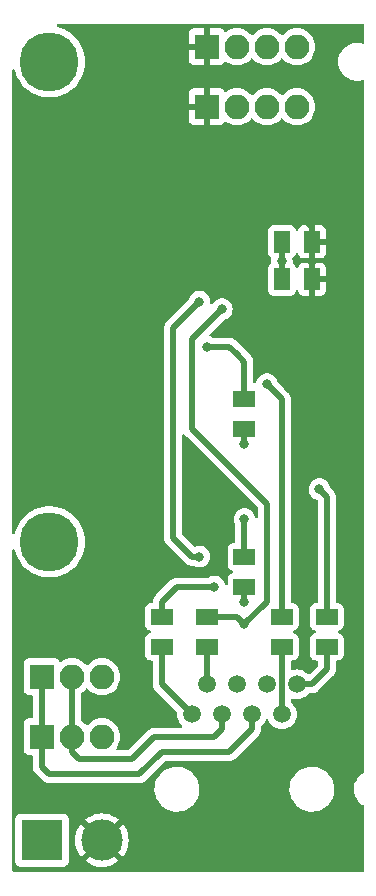
<source format=gbl>
G04 #@! TF.GenerationSoftware,KiCad,Pcbnew,7.0.9*
G04 #@! TF.CreationDate,2023-12-23T18:19:17+01:00*
G04 #@! TF.ProjectId,testing-board,74657374-696e-4672-9d62-6f6172642e6b,v1.0*
G04 #@! TF.SameCoordinates,Original*
G04 #@! TF.FileFunction,Copper,L2,Bot*
G04 #@! TF.FilePolarity,Positive*
%FSLAX46Y46*%
G04 Gerber Fmt 4.6, Leading zero omitted, Abs format (unit mm)*
G04 Created by KiCad (PCBNEW 7.0.9) date 2023-12-23 18:19:17*
%MOMM*%
%LPD*%
G01*
G04 APERTURE LIST*
G04 Aperture macros list*
%AMOutline4P*
0 Free polygon, 4 corners , with rotation*
0 The origin of the aperture is its center*
0 number of corners: always 4*
0 $1 to $8 corner X, Y*
0 $9 Rotation angle, in degrees counterclockwise*
0 create outline with 4 corners*
4,1,4,$1,$2,$3,$4,$5,$6,$7,$8,$1,$2,$9*%
G04 Aperture macros list end*
G04 #@! TA.AperFunction,ComponentPad*
%ADD10R,2.100000X2.100000*%
G04 #@! TD*
G04 #@! TA.AperFunction,ComponentPad*
%ADD11O,2.100000X2.100000*%
G04 #@! TD*
G04 #@! TA.AperFunction,ComponentPad*
%ADD12C,5.000000*%
G04 #@! TD*
G04 #@! TA.AperFunction,SMDPad,CuDef*
%ADD13Outline4P,-0.650000X-0.900000X0.650000X-0.900000X0.650000X0.900000X-0.650000X0.900000X90.000000*%
G04 #@! TD*
G04 #@! TA.AperFunction,ComponentPad*
%ADD14R,3.500000X3.500000*%
G04 #@! TD*
G04 #@! TA.AperFunction,ComponentPad*
%ADD15C,3.500000*%
G04 #@! TD*
G04 #@! TA.AperFunction,ComponentPad*
%ADD16C,1.500000*%
G04 #@! TD*
G04 #@! TA.AperFunction,SMDPad,CuDef*
%ADD17Outline4P,-0.650000X-0.900000X0.650000X-0.900000X0.650000X0.900000X-0.650000X0.900000X0.000000*%
G04 #@! TD*
G04 #@! TA.AperFunction,ViaPad*
%ADD18C,0.800000*%
G04 #@! TD*
G04 #@! TA.AperFunction,Conductor*
%ADD19C,0.500000*%
G04 #@! TD*
G04 APERTURE END LIST*
D10*
X132080000Y-64135000D03*
D11*
X134620000Y-64135000D03*
X137160000Y-64135000D03*
X139700000Y-64135000D03*
D12*
X118745000Y-106045000D03*
X118745000Y-65405000D03*
D13*
X135255000Y-96520000D03*
X135255000Y-93980000D03*
X135255000Y-109855000D03*
X135255000Y-107315000D03*
X128270000Y-114935000D03*
X128270000Y-112395000D03*
X132080000Y-114935000D03*
X132080000Y-112395000D03*
X138430000Y-114935000D03*
X138430000Y-112395000D03*
X142240000Y-114935000D03*
X142240000Y-112395000D03*
D10*
X132080000Y-69215000D03*
D11*
X134620000Y-69215000D03*
X137160000Y-69215000D03*
X139700000Y-69215000D03*
D10*
X118110000Y-122555000D03*
D11*
X120650000Y-122555000D03*
X123190000Y-122555000D03*
D10*
X118110000Y-117475000D03*
D11*
X120650000Y-117475000D03*
X123190000Y-117475000D03*
D14*
X118110000Y-131318000D03*
D15*
X123190000Y-131318000D03*
D16*
X130811000Y-120650000D03*
X132081000Y-118110000D03*
X133351000Y-120650000D03*
X134621000Y-118110000D03*
X135891000Y-120650000D03*
X137161000Y-118110000D03*
X138431000Y-120650000D03*
X139701000Y-118110000D03*
D17*
X138430000Y-83820000D03*
X140970000Y-83820000D03*
X138430000Y-80645000D03*
X140970000Y-80645000D03*
D18*
X140970000Y-82296000D03*
X138430000Y-82296000D03*
X131445000Y-85725000D03*
X133350000Y-86360000D03*
X135255000Y-97790000D03*
X137160000Y-92710000D03*
X132080000Y-89535000D03*
X131445000Y-107315000D03*
X132715000Y-109855000D03*
X135255000Y-113030000D03*
X135255000Y-111125000D03*
X135255000Y-104140000D03*
X141605000Y-101600000D03*
X132080000Y-79375000D03*
D19*
X140970000Y-83820000D02*
X140970000Y-80645000D01*
X140335000Y-78740000D02*
X140970000Y-79375000D01*
X140970000Y-79375000D02*
X140970000Y-80645000D01*
X132080000Y-64135000D02*
X132080000Y-69215000D01*
X132715000Y-78740000D02*
X133096000Y-78740000D01*
X133096000Y-78740000D02*
X140335000Y-78740000D01*
X133096000Y-78740000D02*
X132334000Y-78740000D01*
X132080000Y-69215000D02*
X132080000Y-78486000D01*
X132080000Y-78486000D02*
X132080000Y-79375000D01*
X138430000Y-83820000D02*
X138430000Y-80645000D01*
X133351000Y-120650000D02*
X133351000Y-121919000D01*
X133351000Y-121919000D02*
X132715000Y-122555000D01*
X132715000Y-122555000D02*
X127635000Y-122555000D01*
X120650000Y-122555000D02*
X120650000Y-123825000D01*
X120650000Y-123825000D02*
X121285000Y-124460000D01*
X125730000Y-124460000D02*
X127635000Y-122555000D01*
X121285000Y-124460000D02*
X125730000Y-124460000D01*
X120650000Y-122555000D02*
X120650000Y-117475000D01*
X139701000Y-118110000D02*
X140970000Y-118110000D01*
X142240000Y-116840000D02*
X142240000Y-114935000D01*
X140970000Y-118110000D02*
X142240000Y-116840000D01*
X138430000Y-120649000D02*
X138431000Y-120650000D01*
X138430000Y-114935000D02*
X138430000Y-120649000D01*
X132080000Y-118109000D02*
X132081000Y-118110000D01*
X132080000Y-114935000D02*
X132080000Y-118109000D01*
X135891000Y-120650000D02*
X135891000Y-121919000D01*
X135891000Y-121919000D02*
X133985000Y-123825000D01*
X133985000Y-123825000D02*
X128270000Y-123825000D01*
X128270000Y-123825000D02*
X126365000Y-125730000D01*
X126365000Y-125730000D02*
X118745000Y-125730000D01*
X118110000Y-125095000D02*
X118110000Y-122555000D01*
X118745000Y-125730000D02*
X118110000Y-125095000D01*
X118110000Y-122555000D02*
X118110000Y-117475000D01*
X128270000Y-118109000D02*
X130811000Y-120650000D01*
X128270000Y-114935000D02*
X128270000Y-118109000D01*
X134620000Y-112395000D02*
X135255000Y-113030000D01*
X132080000Y-112395000D02*
X134620000Y-112395000D01*
X137160000Y-111125000D02*
X137160000Y-102870000D01*
X135255000Y-113030000D02*
X137160000Y-111125000D01*
X137160000Y-102870000D02*
X130810000Y-96520000D01*
X130810000Y-88900000D02*
X133350000Y-86360000D01*
X130810000Y-89916000D02*
X130810000Y-96520000D01*
X130810000Y-89916000D02*
X130810000Y-88900000D01*
X135255000Y-109855000D02*
X135255000Y-111125000D01*
X135255000Y-104140000D02*
X135255000Y-107315000D01*
X129540000Y-109855000D02*
X128270000Y-111125000D01*
X132715000Y-109855000D02*
X129540000Y-109855000D01*
X128270000Y-112395000D02*
X128270000Y-111125000D01*
X130810000Y-107315000D02*
X131445000Y-107315000D01*
X129222500Y-105727500D02*
X130810000Y-107315000D01*
X129222500Y-89217500D02*
X129222500Y-105727500D01*
X129222500Y-87947500D02*
X131445000Y-85725000D01*
X129222500Y-89217500D02*
X129222500Y-87947500D01*
X135255000Y-96520000D02*
X135255000Y-97790000D01*
X134620000Y-90170000D02*
X135255000Y-90805000D01*
X135255000Y-93980000D02*
X135255000Y-90805000D01*
X133985000Y-89535000D02*
X134620000Y-90170000D01*
X132080000Y-89535000D02*
X133985000Y-89535000D01*
X142240000Y-112395000D02*
X142240000Y-102235000D01*
X142240000Y-102235000D02*
X141605000Y-101600000D01*
X138430000Y-112395000D02*
X138430000Y-93980000D01*
X138430000Y-93980000D02*
X137160000Y-92710000D01*
G04 #@! TA.AperFunction,Conductor*
G36*
X145357121Y-62250002D02*
G01*
X145403614Y-62303658D01*
X145415000Y-62356000D01*
X145415000Y-63740536D01*
X145394998Y-63808657D01*
X145341342Y-63855150D01*
X145271068Y-63865254D01*
X145247736Y-63859588D01*
X145214018Y-63847901D01*
X144972952Y-63803710D01*
X144727974Y-63796618D01*
X144727969Y-63796618D01*
X144484748Y-63826788D01*
X144248935Y-63893518D01*
X144248925Y-63893522D01*
X144025971Y-63995267D01*
X144025969Y-63995268D01*
X143821029Y-64129679D01*
X143638864Y-64293635D01*
X143483685Y-64483346D01*
X143359107Y-64694395D01*
X143267998Y-64921915D01*
X143212474Y-65160623D01*
X143193822Y-65405000D01*
X143212474Y-65649376D01*
X143267998Y-65888083D01*
X143358300Y-66113590D01*
X143359107Y-66115604D01*
X143483685Y-66326653D01*
X143483690Y-66326659D01*
X143638862Y-66516362D01*
X143821027Y-66680319D01*
X144025965Y-66814729D01*
X144025968Y-66814730D01*
X144025969Y-66814731D01*
X144025971Y-66814732D01*
X144035668Y-66819157D01*
X144248929Y-66916479D01*
X144248932Y-66916479D01*
X144248935Y-66916481D01*
X144484748Y-66983211D01*
X144484752Y-66983212D01*
X144727971Y-67013382D01*
X144972951Y-67006290D01*
X145214018Y-66962099D01*
X145247736Y-66950411D01*
X145318648Y-66947001D01*
X145380150Y-66982470D01*
X145412712Y-67045559D01*
X145415000Y-67069463D01*
X145415000Y-125534227D01*
X145394998Y-125602348D01*
X145346204Y-125646493D01*
X145250463Y-125695276D01*
X145056201Y-125836416D01*
X145056198Y-125836418D01*
X144886418Y-126006198D01*
X144886416Y-126006201D01*
X144745278Y-126200460D01*
X144636265Y-126414409D01*
X144636262Y-126414415D01*
X144562064Y-126642772D01*
X144562063Y-126642777D01*
X144562063Y-126642778D01*
X144524500Y-126879941D01*
X144524500Y-127120059D01*
X144542018Y-127230663D01*
X144562064Y-127357227D01*
X144602599Y-127481979D01*
X144636264Y-127585589D01*
X144745276Y-127799536D01*
X144886414Y-127993796D01*
X144886416Y-127993798D01*
X144886418Y-127993801D01*
X145056198Y-128163581D01*
X145056201Y-128163583D01*
X145056204Y-128163586D01*
X145250464Y-128304724D01*
X145346204Y-128353506D01*
X145397818Y-128402253D01*
X145415000Y-128465772D01*
X145415000Y-133859000D01*
X145394998Y-133927121D01*
X145341342Y-133973614D01*
X145289000Y-133985000D01*
X115696000Y-133985000D01*
X115627879Y-133964998D01*
X115581386Y-133911342D01*
X115570000Y-133859000D01*
X115570000Y-133116649D01*
X115851500Y-133116649D01*
X115858009Y-133177196D01*
X115858011Y-133177204D01*
X115909110Y-133314202D01*
X115909112Y-133314207D01*
X115996738Y-133431261D01*
X116113792Y-133518887D01*
X116113794Y-133518888D01*
X116113796Y-133518889D01*
X116172875Y-133540924D01*
X116250795Y-133569988D01*
X116250803Y-133569990D01*
X116311350Y-133576499D01*
X116311355Y-133576499D01*
X116311362Y-133576500D01*
X116311368Y-133576500D01*
X119908632Y-133576500D01*
X119908638Y-133576500D01*
X119908645Y-133576499D01*
X119908649Y-133576499D01*
X119969196Y-133569990D01*
X119969199Y-133569989D01*
X119969201Y-133569989D01*
X120106204Y-133518889D01*
X120223261Y-133431261D01*
X120310889Y-133314204D01*
X120361989Y-133177201D01*
X120368500Y-133116638D01*
X120368500Y-131318003D01*
X120927155Y-131318003D01*
X120946513Y-131613356D01*
X120946515Y-131613370D01*
X121004260Y-131903665D01*
X121004262Y-131903675D01*
X121099401Y-132183945D01*
X121099407Y-132183959D01*
X121230317Y-132449420D01*
X121394763Y-132695531D01*
X121422092Y-132726694D01*
X122625569Y-131523218D01*
X122665901Y-131620588D01*
X122762075Y-131745925D01*
X122887412Y-131842099D01*
X122984779Y-131882429D01*
X121781304Y-133085904D01*
X121781304Y-133085906D01*
X121812468Y-133113236D01*
X122058579Y-133277682D01*
X122324040Y-133408592D01*
X122324054Y-133408598D01*
X122604324Y-133503737D01*
X122604334Y-133503739D01*
X122894629Y-133561484D01*
X122894643Y-133561486D01*
X123189997Y-133580845D01*
X123190003Y-133580845D01*
X123485356Y-133561486D01*
X123485370Y-133561484D01*
X123775665Y-133503739D01*
X123775675Y-133503737D01*
X124055945Y-133408598D01*
X124055959Y-133408592D01*
X124321420Y-133277682D01*
X124567534Y-133113234D01*
X124567536Y-133113233D01*
X124598694Y-133085906D01*
X124598694Y-133085904D01*
X123395220Y-131882429D01*
X123492588Y-131842099D01*
X123617925Y-131745925D01*
X123714099Y-131620589D01*
X123754430Y-131523220D01*
X124957904Y-132726694D01*
X124957906Y-132726694D01*
X124985233Y-132695536D01*
X124985234Y-132695534D01*
X125149682Y-132449420D01*
X125280592Y-132183959D01*
X125280598Y-132183945D01*
X125375737Y-131903675D01*
X125375739Y-131903665D01*
X125433484Y-131613370D01*
X125433486Y-131613356D01*
X125452845Y-131318003D01*
X125452845Y-131317996D01*
X125433486Y-131022643D01*
X125433484Y-131022629D01*
X125375739Y-130732334D01*
X125375737Y-130732324D01*
X125280598Y-130452054D01*
X125280592Y-130452040D01*
X125149682Y-130186580D01*
X124985236Y-129940468D01*
X124957906Y-129909304D01*
X124957904Y-129909304D01*
X123754429Y-131112779D01*
X123714099Y-131015412D01*
X123617925Y-130890075D01*
X123492588Y-130793901D01*
X123395218Y-130753569D01*
X124598694Y-129550092D01*
X124567531Y-129522763D01*
X124321420Y-129358317D01*
X124055959Y-129227407D01*
X124055945Y-129227401D01*
X123775675Y-129132262D01*
X123775665Y-129132260D01*
X123485370Y-129074515D01*
X123485356Y-129074513D01*
X123190003Y-129055155D01*
X123189997Y-129055155D01*
X122894643Y-129074513D01*
X122894629Y-129074515D01*
X122604334Y-129132260D01*
X122604324Y-129132262D01*
X122324054Y-129227401D01*
X122324040Y-129227407D01*
X122058580Y-129358317D01*
X121812467Y-129522763D01*
X121812463Y-129522766D01*
X121781304Y-129550092D01*
X121781304Y-129550094D01*
X122984780Y-130753570D01*
X122887412Y-130793901D01*
X122762075Y-130890075D01*
X122665901Y-131015411D01*
X122625569Y-131112779D01*
X121422094Y-129909304D01*
X121422092Y-129909304D01*
X121394766Y-129940463D01*
X121394763Y-129940467D01*
X121230317Y-130186580D01*
X121099407Y-130452040D01*
X121099401Y-130452054D01*
X121004262Y-130732324D01*
X121004260Y-130732334D01*
X120946515Y-131022629D01*
X120946513Y-131022643D01*
X120927155Y-131317996D01*
X120927155Y-131318003D01*
X120368500Y-131318003D01*
X120368500Y-129519362D01*
X120368499Y-129519350D01*
X120361990Y-129458803D01*
X120361988Y-129458795D01*
X120310889Y-129321797D01*
X120310887Y-129321792D01*
X120223261Y-129204738D01*
X120106207Y-129117112D01*
X120106202Y-129117110D01*
X119969204Y-129066011D01*
X119969196Y-129066009D01*
X119908649Y-129059500D01*
X119908638Y-129059500D01*
X116311362Y-129059500D01*
X116311350Y-129059500D01*
X116250803Y-129066009D01*
X116250795Y-129066011D01*
X116113797Y-129117110D01*
X116113792Y-129117112D01*
X115996738Y-129204738D01*
X115909112Y-129321792D01*
X115909110Y-129321797D01*
X115858011Y-129458795D01*
X115858009Y-129458803D01*
X115851500Y-129519350D01*
X115851500Y-133116649D01*
X115570000Y-133116649D01*
X115570000Y-127069596D01*
X127634687Y-127069596D01*
X127665114Y-127346128D01*
X127735480Y-127615278D01*
X127808016Y-127785968D01*
X127844284Y-127871314D01*
X127989208Y-128108781D01*
X128167163Y-128322617D01*
X128374357Y-128508263D01*
X128606373Y-128661763D01*
X128858267Y-128779846D01*
X129124669Y-128859995D01*
X129399895Y-128900499D01*
X129399898Y-128900500D01*
X129399901Y-128900500D01*
X129608465Y-128900500D01*
X129641315Y-128898095D01*
X129816455Y-128885277D01*
X130087997Y-128824788D01*
X130347838Y-128725408D01*
X130590440Y-128589253D01*
X130810632Y-128419226D01*
X131003722Y-128218951D01*
X131165593Y-127992696D01*
X131292797Y-127745283D01*
X131382621Y-127481986D01*
X131433152Y-127208416D01*
X131438226Y-127069596D01*
X139066687Y-127069596D01*
X139097114Y-127346128D01*
X139167480Y-127615278D01*
X139240016Y-127785968D01*
X139276284Y-127871314D01*
X139421208Y-128108781D01*
X139599163Y-128322617D01*
X139806357Y-128508263D01*
X140038373Y-128661763D01*
X140290267Y-128779846D01*
X140556669Y-128859995D01*
X140831895Y-128900499D01*
X140831898Y-128900500D01*
X140831901Y-128900500D01*
X141040465Y-128900500D01*
X141073315Y-128898095D01*
X141248455Y-128885277D01*
X141519997Y-128824788D01*
X141779838Y-128725408D01*
X142022440Y-128589253D01*
X142242632Y-128419226D01*
X142435722Y-128218951D01*
X142597593Y-127992696D01*
X142724797Y-127745283D01*
X142814621Y-127481986D01*
X142865152Y-127208416D01*
X142875313Y-126930404D01*
X142844886Y-126653876D01*
X142774520Y-126384724D01*
X142769141Y-126372067D01*
X142718993Y-126254058D01*
X142665716Y-126128686D01*
X142520792Y-125891219D01*
X142342837Y-125677383D01*
X142135643Y-125491737D01*
X141903627Y-125338237D01*
X141760445Y-125271116D01*
X141651734Y-125220154D01*
X141572263Y-125196244D01*
X141385331Y-125140005D01*
X141385326Y-125140004D01*
X141385322Y-125140003D01*
X141110103Y-125099500D01*
X141110099Y-125099500D01*
X140901537Y-125099500D01*
X140901535Y-125099500D01*
X140693541Y-125114723D01*
X140422009Y-125175210D01*
X140421997Y-125175214D01*
X140162161Y-125274592D01*
X139919559Y-125410747D01*
X139699366Y-125580775D01*
X139699365Y-125580776D01*
X139506280Y-125781046D01*
X139344404Y-126007307D01*
X139217204Y-126254714D01*
X139217203Y-126254717D01*
X139138761Y-126484652D01*
X139127377Y-126518020D01*
X139076847Y-126791587D01*
X139066687Y-127069596D01*
X131438226Y-127069596D01*
X131443313Y-126930404D01*
X131412886Y-126653876D01*
X131342520Y-126384724D01*
X131337141Y-126372067D01*
X131286993Y-126254058D01*
X131233716Y-126128686D01*
X131088792Y-125891219D01*
X130910837Y-125677383D01*
X130703643Y-125491737D01*
X130471627Y-125338237D01*
X130328445Y-125271116D01*
X130219734Y-125220154D01*
X130140263Y-125196244D01*
X129953331Y-125140005D01*
X129953326Y-125140004D01*
X129953322Y-125140003D01*
X129678103Y-125099500D01*
X129678099Y-125099500D01*
X129469537Y-125099500D01*
X129469535Y-125099500D01*
X129261541Y-125114723D01*
X128990009Y-125175210D01*
X128989997Y-125175214D01*
X128730161Y-125274592D01*
X128487559Y-125410747D01*
X128267366Y-125580775D01*
X128267365Y-125580776D01*
X128074280Y-125781046D01*
X127912404Y-126007307D01*
X127785204Y-126254714D01*
X127785203Y-126254717D01*
X127706761Y-126484652D01*
X127695377Y-126518020D01*
X127644847Y-126791587D01*
X127634687Y-127069596D01*
X115570000Y-127069596D01*
X115570000Y-123653649D01*
X116551500Y-123653649D01*
X116558009Y-123714196D01*
X116558011Y-123714204D01*
X116609110Y-123851202D01*
X116609112Y-123851207D01*
X116696738Y-123968261D01*
X116813792Y-124055887D01*
X116813794Y-124055888D01*
X116813796Y-124055889D01*
X116862525Y-124074064D01*
X116950795Y-124106988D01*
X116950803Y-124106990D01*
X117011350Y-124113499D01*
X117011355Y-124113499D01*
X117011362Y-124113500D01*
X117225500Y-124113500D01*
X117293621Y-124133502D01*
X117340114Y-124187158D01*
X117351500Y-124239500D01*
X117351500Y-125030559D01*
X117350170Y-125048819D01*
X117346659Y-125072786D01*
X117346659Y-125072794D01*
X117351260Y-125125372D01*
X117351500Y-125130866D01*
X117351500Y-125139182D01*
X117355347Y-125172094D01*
X117362112Y-125249419D01*
X117363596Y-125256606D01*
X117363531Y-125256619D01*
X117365165Y-125263989D01*
X117365229Y-125263975D01*
X117366921Y-125271116D01*
X117393473Y-125344064D01*
X117417885Y-125417736D01*
X117420987Y-125424388D01*
X117420926Y-125424416D01*
X117424211Y-125431202D01*
X117424270Y-125431173D01*
X117427560Y-125437724D01*
X117470233Y-125502605D01*
X117510967Y-125568648D01*
X117515522Y-125574408D01*
X117515468Y-125574450D01*
X117520228Y-125580292D01*
X117520279Y-125580250D01*
X117524993Y-125585868D01*
X117524998Y-125585873D01*
X117524999Y-125585874D01*
X117581482Y-125639163D01*
X118163098Y-126220779D01*
X118175065Y-126234627D01*
X118189531Y-126254058D01*
X118190316Y-126254717D01*
X118229975Y-126287994D01*
X118234021Y-126291702D01*
X118239900Y-126297581D01*
X118265895Y-126318135D01*
X118325360Y-126368032D01*
X118325366Y-126368035D01*
X118331495Y-126372067D01*
X118331458Y-126372122D01*
X118337811Y-126376169D01*
X118337847Y-126376113D01*
X118344092Y-126379965D01*
X118344095Y-126379967D01*
X118414452Y-126412775D01*
X118483812Y-126447609D01*
X118483813Y-126447609D01*
X118483817Y-126447611D01*
X118490713Y-126450121D01*
X118490689Y-126450185D01*
X118497805Y-126452659D01*
X118497827Y-126452595D01*
X118504791Y-126454903D01*
X118580849Y-126470607D01*
X118611561Y-126477886D01*
X118656344Y-126488500D01*
X118656350Y-126488500D01*
X118663633Y-126489352D01*
X118663625Y-126489419D01*
X118671122Y-126490185D01*
X118671128Y-126490119D01*
X118678435Y-126490757D01*
X118678442Y-126490759D01*
X118756080Y-126488500D01*
X126300559Y-126488500D01*
X126318819Y-126489830D01*
X126323715Y-126490547D01*
X126342789Y-126493341D01*
X126376146Y-126490422D01*
X126395385Y-126488740D01*
X126400878Y-126488500D01*
X126409176Y-126488500D01*
X126409180Y-126488500D01*
X126435512Y-126485421D01*
X126442096Y-126484652D01*
X126448861Y-126484060D01*
X126519426Y-126477887D01*
X126519432Y-126477884D01*
X126526618Y-126476402D01*
X126526631Y-126476468D01*
X126533987Y-126474836D01*
X126533972Y-126474771D01*
X126541104Y-126473079D01*
X126541113Y-126473079D01*
X126614065Y-126446526D01*
X126687738Y-126422114D01*
X126687740Y-126422112D01*
X126694389Y-126419012D01*
X126694418Y-126419074D01*
X126701203Y-126415789D01*
X126701173Y-126415729D01*
X126707728Y-126412436D01*
X126707732Y-126412435D01*
X126772605Y-126369766D01*
X126838651Y-126329030D01*
X126838660Y-126329020D01*
X126844408Y-126324477D01*
X126844450Y-126324531D01*
X126850289Y-126319775D01*
X126850246Y-126319723D01*
X126855865Y-126315006D01*
X126855874Y-126315001D01*
X126909163Y-126258517D01*
X127693180Y-125474500D01*
X128547276Y-124620405D01*
X128609588Y-124586379D01*
X128636371Y-124583500D01*
X133920559Y-124583500D01*
X133938819Y-124584830D01*
X133943715Y-124585547D01*
X133962789Y-124588341D01*
X133996146Y-124585422D01*
X134015385Y-124583740D01*
X134020878Y-124583500D01*
X134029176Y-124583500D01*
X134029180Y-124583500D01*
X134055512Y-124580421D01*
X134062096Y-124579652D01*
X134068861Y-124579060D01*
X134139426Y-124572887D01*
X134139432Y-124572884D01*
X134146618Y-124571402D01*
X134146631Y-124571468D01*
X134153987Y-124569836D01*
X134153972Y-124569771D01*
X134161104Y-124568079D01*
X134161113Y-124568079D01*
X134234065Y-124541526D01*
X134307738Y-124517114D01*
X134307740Y-124517112D01*
X134314389Y-124514012D01*
X134314418Y-124514074D01*
X134321203Y-124510789D01*
X134321173Y-124510729D01*
X134327728Y-124507436D01*
X134327732Y-124507435D01*
X134392605Y-124464766D01*
X134458651Y-124424030D01*
X134458660Y-124424020D01*
X134464408Y-124419477D01*
X134464450Y-124419531D01*
X134470289Y-124414775D01*
X134470246Y-124414723D01*
X134475865Y-124410006D01*
X134475874Y-124410001D01*
X134529163Y-124353517D01*
X136381784Y-122500895D01*
X136395617Y-122488941D01*
X136415058Y-122474469D01*
X136449001Y-122434015D01*
X136452700Y-122429979D01*
X136458580Y-122424101D01*
X136479136Y-122398103D01*
X136529032Y-122338640D01*
X136529035Y-122338637D01*
X136533066Y-122332508D01*
X136533122Y-122332545D01*
X136537173Y-122326187D01*
X136537115Y-122326151D01*
X136540963Y-122319910D01*
X136540967Y-122319906D01*
X136573779Y-122249541D01*
X136585355Y-122226489D01*
X136608609Y-122180188D01*
X136608610Y-122180184D01*
X136611119Y-122173291D01*
X136611184Y-122173314D01*
X136613658Y-122166197D01*
X136613594Y-122166176D01*
X136615903Y-122159207D01*
X136631604Y-122083163D01*
X136631607Y-122083149D01*
X136649500Y-122007656D01*
X136649500Y-122007649D01*
X136650352Y-122000367D01*
X136650418Y-122000374D01*
X136651184Y-121992876D01*
X136651118Y-121992871D01*
X136651756Y-121985566D01*
X136651758Y-121985558D01*
X136649500Y-121907939D01*
X136649500Y-121720827D01*
X136669502Y-121652706D01*
X136699238Y-121621770D01*
X136698828Y-121621281D01*
X136703029Y-121617754D01*
X136703038Y-121617749D01*
X136858749Y-121462038D01*
X136985056Y-121281654D01*
X137009691Y-121228825D01*
X137046805Y-121149232D01*
X137093722Y-121095946D01*
X137161999Y-121076485D01*
X137229959Y-121097026D01*
X137275195Y-121149232D01*
X137312309Y-121228825D01*
X137336944Y-121281654D01*
X137454519Y-121449567D01*
X137463251Y-121462038D01*
X137463254Y-121462042D01*
X137618957Y-121617745D01*
X137618961Y-121617748D01*
X137618962Y-121617749D01*
X137799346Y-121744056D01*
X137998924Y-121837120D01*
X138211629Y-121894115D01*
X138431000Y-121913307D01*
X138650371Y-121894115D01*
X138863076Y-121837120D01*
X139062654Y-121744056D01*
X139243038Y-121617749D01*
X139398749Y-121462038D01*
X139525056Y-121281654D01*
X139618120Y-121082076D01*
X139675115Y-120869371D01*
X139694307Y-120650000D01*
X139675115Y-120430629D01*
X139618120Y-120217924D01*
X139525056Y-120018347D01*
X139398749Y-119837962D01*
X139243038Y-119682251D01*
X139242220Y-119681678D01*
X139241944Y-119681333D01*
X139238824Y-119678715D01*
X139239350Y-119678087D01*
X139197897Y-119626217D01*
X139188500Y-119578471D01*
X139188500Y-119439777D01*
X139208502Y-119371656D01*
X139262158Y-119325163D01*
X139332432Y-119315059D01*
X139347100Y-119318067D01*
X139481629Y-119354115D01*
X139701000Y-119373307D01*
X139920371Y-119354115D01*
X140133076Y-119297120D01*
X140332654Y-119204056D01*
X140513038Y-119077749D01*
X140668749Y-118922038D01*
X140668752Y-118922033D01*
X140672287Y-118917822D01*
X140673186Y-118918577D01*
X140724065Y-118877904D01*
X140771828Y-118868500D01*
X140905559Y-118868500D01*
X140923819Y-118869830D01*
X140928715Y-118870547D01*
X140947789Y-118873341D01*
X140981146Y-118870422D01*
X141000385Y-118868740D01*
X141005878Y-118868500D01*
X141014176Y-118868500D01*
X141014180Y-118868500D01*
X141040512Y-118865421D01*
X141047096Y-118864652D01*
X141053861Y-118864060D01*
X141124426Y-118857887D01*
X141124432Y-118857884D01*
X141131618Y-118856402D01*
X141131631Y-118856468D01*
X141138987Y-118854836D01*
X141138972Y-118854771D01*
X141146104Y-118853079D01*
X141146113Y-118853079D01*
X141219065Y-118826526D01*
X141292738Y-118802114D01*
X141292740Y-118802112D01*
X141299389Y-118799012D01*
X141299418Y-118799074D01*
X141306203Y-118795789D01*
X141306173Y-118795729D01*
X141312728Y-118792436D01*
X141312732Y-118792435D01*
X141377605Y-118749766D01*
X141443651Y-118709030D01*
X141443660Y-118709020D01*
X141449408Y-118704477D01*
X141449450Y-118704531D01*
X141455289Y-118699775D01*
X141455246Y-118699723D01*
X141460865Y-118695006D01*
X141460874Y-118695001D01*
X141514163Y-118638517D01*
X142730784Y-117421895D01*
X142744617Y-117409941D01*
X142764058Y-117395469D01*
X142798001Y-117355015D01*
X142801700Y-117350979D01*
X142807580Y-117345101D01*
X142828136Y-117319103D01*
X142878032Y-117259640D01*
X142878035Y-117259637D01*
X142882066Y-117253508D01*
X142882122Y-117253545D01*
X142886171Y-117247190D01*
X142886113Y-117247155D01*
X142889966Y-117240908D01*
X142922773Y-117170553D01*
X142937447Y-117141333D01*
X142957609Y-117101188D01*
X142957610Y-117101184D01*
X142960119Y-117094291D01*
X142960183Y-117094314D01*
X142962658Y-117087193D01*
X142962593Y-117087172D01*
X142964898Y-117080213D01*
X142964902Y-117080206D01*
X142980599Y-117004181D01*
X142991202Y-116959449D01*
X142998500Y-116928656D01*
X142999352Y-116921368D01*
X142999418Y-116921375D01*
X143000184Y-116913877D01*
X143000118Y-116913872D01*
X143000756Y-116906565D01*
X143000758Y-116906558D01*
X142998500Y-116828954D01*
X142998500Y-116219500D01*
X143018502Y-116151379D01*
X143072158Y-116104886D01*
X143124500Y-116093500D01*
X143188632Y-116093500D01*
X143188638Y-116093500D01*
X143188645Y-116093499D01*
X143188649Y-116093499D01*
X143249196Y-116086990D01*
X143249199Y-116086989D01*
X143249201Y-116086989D01*
X143262379Y-116082074D01*
X143268045Y-116079960D01*
X143386204Y-116035889D01*
X143503261Y-115948261D01*
X143522163Y-115923011D01*
X143590887Y-115831207D01*
X143590887Y-115831206D01*
X143590889Y-115831204D01*
X143641989Y-115694201D01*
X143648500Y-115633638D01*
X143648500Y-114236362D01*
X143648499Y-114236350D01*
X143641990Y-114175803D01*
X143641988Y-114175795D01*
X143590889Y-114038797D01*
X143590887Y-114038792D01*
X143503261Y-113921738D01*
X143386207Y-113834112D01*
X143386203Y-113834110D01*
X143249320Y-113783055D01*
X143192484Y-113740508D01*
X143167674Y-113673988D01*
X143182766Y-113604614D01*
X143232968Y-113554412D01*
X143249320Y-113546945D01*
X143318860Y-113521007D01*
X143386204Y-113495889D01*
X143503261Y-113408261D01*
X143590889Y-113291204D01*
X143641989Y-113154201D01*
X143642065Y-113153500D01*
X143648499Y-113093649D01*
X143648500Y-113093632D01*
X143648500Y-111696367D01*
X143648499Y-111696350D01*
X143641990Y-111635803D01*
X143641988Y-111635795D01*
X143590889Y-111498797D01*
X143590887Y-111498792D01*
X143503261Y-111381738D01*
X143386207Y-111294112D01*
X143386202Y-111294110D01*
X143249204Y-111243011D01*
X143249196Y-111243009D01*
X143188649Y-111236500D01*
X143188638Y-111236500D01*
X143124500Y-111236500D01*
X143056379Y-111216498D01*
X143009886Y-111162842D01*
X142998500Y-111110500D01*
X142998500Y-102299441D01*
X142999830Y-102281182D01*
X143000940Y-102273600D01*
X143003341Y-102257211D01*
X143000875Y-102229027D01*
X142998740Y-102204614D01*
X142998500Y-102199121D01*
X142998500Y-102190819D01*
X142994652Y-102157905D01*
X142992818Y-102136941D01*
X142987887Y-102080574D01*
X142987885Y-102080570D01*
X142986403Y-102073388D01*
X142986469Y-102073374D01*
X142984837Y-102066012D01*
X142984772Y-102066028D01*
X142983080Y-102058890D01*
X142956526Y-101985934D01*
X142951761Y-101971554D01*
X142932114Y-101912262D01*
X142932109Y-101912255D01*
X142929012Y-101905611D01*
X142929074Y-101905581D01*
X142925788Y-101898795D01*
X142925728Y-101898826D01*
X142922433Y-101892265D01*
X142879766Y-101827394D01*
X142839031Y-101761351D01*
X142839030Y-101761349D01*
X142839027Y-101761346D01*
X142834478Y-101755592D01*
X142834531Y-101755549D01*
X142829766Y-101749700D01*
X142829715Y-101749744D01*
X142824998Y-101744122D01*
X142768518Y-101690837D01*
X142677681Y-101600000D01*
X142525123Y-101447442D01*
X142494387Y-101397285D01*
X142439528Y-101228447D01*
X142439527Y-101228445D01*
X142439527Y-101228444D01*
X142344040Y-101063056D01*
X142344038Y-101063054D01*
X142344034Y-101063048D01*
X142216255Y-100921135D01*
X142061752Y-100808882D01*
X141887288Y-100731206D01*
X141700487Y-100691500D01*
X141509513Y-100691500D01*
X141322711Y-100731206D01*
X141148247Y-100808882D01*
X140993744Y-100921135D01*
X140865965Y-101063048D01*
X140865958Y-101063058D01*
X140770476Y-101228438D01*
X140770473Y-101228445D01*
X140711457Y-101410072D01*
X140691496Y-101600000D01*
X140711457Y-101789927D01*
X140741526Y-101882470D01*
X140770473Y-101971556D01*
X140770476Y-101971561D01*
X140865958Y-102136941D01*
X140865965Y-102136951D01*
X140993744Y-102278864D01*
X141009429Y-102290260D01*
X141148248Y-102391118D01*
X141322712Y-102468794D01*
X141381697Y-102481331D01*
X141444170Y-102515059D01*
X141478491Y-102577208D01*
X141481500Y-102604578D01*
X141481500Y-111110500D01*
X141461498Y-111178621D01*
X141407842Y-111225114D01*
X141355500Y-111236500D01*
X141291350Y-111236500D01*
X141230803Y-111243009D01*
X141230795Y-111243011D01*
X141093797Y-111294110D01*
X141093792Y-111294112D01*
X140976738Y-111381738D01*
X140889112Y-111498792D01*
X140889110Y-111498797D01*
X140838011Y-111635795D01*
X140838009Y-111635803D01*
X140831500Y-111696350D01*
X140831500Y-113093649D01*
X140838009Y-113154196D01*
X140838011Y-113154204D01*
X140889110Y-113291202D01*
X140889112Y-113291207D01*
X140976738Y-113408261D01*
X141093792Y-113495887D01*
X141093794Y-113495888D01*
X141093796Y-113495889D01*
X141138933Y-113512724D01*
X141230679Y-113546945D01*
X141287515Y-113589492D01*
X141312325Y-113656012D01*
X141297233Y-113725386D01*
X141247031Y-113775588D01*
X141230679Y-113783055D01*
X141093797Y-113834110D01*
X141093792Y-113834112D01*
X140976738Y-113921738D01*
X140889112Y-114038792D01*
X140889110Y-114038797D01*
X140838011Y-114175795D01*
X140838009Y-114175803D01*
X140831500Y-114236350D01*
X140831500Y-115633649D01*
X140838009Y-115694196D01*
X140838011Y-115694204D01*
X140889110Y-115831202D01*
X140889112Y-115831207D01*
X140976738Y-115948261D01*
X141093792Y-116035887D01*
X141093794Y-116035888D01*
X141093796Y-116035889D01*
X141152875Y-116057924D01*
X141230795Y-116086988D01*
X141230803Y-116086990D01*
X141291350Y-116093499D01*
X141291355Y-116093499D01*
X141291362Y-116093500D01*
X141355500Y-116093500D01*
X141423621Y-116113502D01*
X141470114Y-116167158D01*
X141481500Y-116219500D01*
X141481500Y-116473627D01*
X141461498Y-116541748D01*
X141444595Y-116562723D01*
X140778147Y-117229170D01*
X140715835Y-117263195D01*
X140645019Y-117258130D01*
X140599957Y-117229169D01*
X140513042Y-117142254D01*
X140513038Y-117142251D01*
X140507043Y-117138053D01*
X140332654Y-117015944D01*
X140307428Y-117004181D01*
X140133079Y-116922881D01*
X140133073Y-116922879D01*
X140043178Y-116898791D01*
X139920371Y-116865885D01*
X139701000Y-116846693D01*
X139481629Y-116865885D01*
X139347111Y-116901929D01*
X139276134Y-116900239D01*
X139217339Y-116860445D01*
X139189391Y-116795180D01*
X139188500Y-116780222D01*
X139188500Y-116219500D01*
X139208502Y-116151379D01*
X139262158Y-116104886D01*
X139314500Y-116093500D01*
X139378632Y-116093500D01*
X139378638Y-116093500D01*
X139378645Y-116093499D01*
X139378649Y-116093499D01*
X139439196Y-116086990D01*
X139439199Y-116086989D01*
X139439201Y-116086989D01*
X139452379Y-116082074D01*
X139458045Y-116079960D01*
X139576204Y-116035889D01*
X139693261Y-115948261D01*
X139712163Y-115923011D01*
X139780887Y-115831207D01*
X139780887Y-115831206D01*
X139780889Y-115831204D01*
X139831989Y-115694201D01*
X139838500Y-115633638D01*
X139838500Y-114236362D01*
X139838499Y-114236350D01*
X139831990Y-114175803D01*
X139831988Y-114175795D01*
X139780889Y-114038797D01*
X139780887Y-114038792D01*
X139693261Y-113921738D01*
X139576207Y-113834112D01*
X139576203Y-113834110D01*
X139439320Y-113783055D01*
X139382484Y-113740508D01*
X139357674Y-113673988D01*
X139372766Y-113604614D01*
X139422968Y-113554412D01*
X139439320Y-113546945D01*
X139508860Y-113521007D01*
X139576204Y-113495889D01*
X139693261Y-113408261D01*
X139780889Y-113291204D01*
X139831989Y-113154201D01*
X139832065Y-113153500D01*
X139838499Y-113093649D01*
X139838500Y-113093632D01*
X139838500Y-111696367D01*
X139838499Y-111696350D01*
X139831990Y-111635803D01*
X139831988Y-111635795D01*
X139780889Y-111498797D01*
X139780887Y-111498792D01*
X139693261Y-111381738D01*
X139576207Y-111294112D01*
X139576202Y-111294110D01*
X139439204Y-111243011D01*
X139439196Y-111243009D01*
X139378649Y-111236500D01*
X139378638Y-111236500D01*
X139314500Y-111236500D01*
X139246379Y-111216498D01*
X139199886Y-111162842D01*
X139188500Y-111110500D01*
X139188500Y-94044435D01*
X139189831Y-94026172D01*
X139193340Y-94002216D01*
X139193341Y-94002211D01*
X139190882Y-93974105D01*
X139188740Y-93949613D01*
X139188500Y-93944120D01*
X139188500Y-93935824D01*
X139184652Y-93902904D01*
X139183741Y-93892497D01*
X139177887Y-93825573D01*
X139177886Y-93825570D01*
X139177886Y-93825568D01*
X139176403Y-93818387D01*
X139176469Y-93818373D01*
X139174839Y-93811019D01*
X139174773Y-93811035D01*
X139173079Y-93803893D01*
X139173079Y-93803887D01*
X139146530Y-93730944D01*
X139122114Y-93657261D01*
X139122110Y-93657255D01*
X139119014Y-93650615D01*
X139119076Y-93650586D01*
X139115791Y-93643800D01*
X139115731Y-93643831D01*
X139112435Y-93637268D01*
X139069771Y-93572400D01*
X139029031Y-93506350D01*
X139024477Y-93500591D01*
X139024530Y-93500548D01*
X139019766Y-93494700D01*
X139019715Y-93494744D01*
X139014998Y-93489122D01*
X138958518Y-93435837D01*
X138606473Y-93083792D01*
X138080123Y-92557442D01*
X138049387Y-92507285D01*
X137994528Y-92338447D01*
X137994527Y-92338445D01*
X137994527Y-92338444D01*
X137899040Y-92173056D01*
X137899038Y-92173054D01*
X137899034Y-92173048D01*
X137771255Y-92031135D01*
X137616752Y-91918882D01*
X137442288Y-91841206D01*
X137255487Y-91801500D01*
X137064513Y-91801500D01*
X136877711Y-91841206D01*
X136703247Y-91918882D01*
X136548744Y-92031135D01*
X136420965Y-92173048D01*
X136420958Y-92173058D01*
X136325476Y-92338438D01*
X136325473Y-92338445D01*
X136266457Y-92520072D01*
X136264810Y-92535749D01*
X136237797Y-92601406D01*
X136179575Y-92642036D01*
X136108630Y-92644739D01*
X136047486Y-92608657D01*
X136015556Y-92545246D01*
X136013500Y-92522579D01*
X136013500Y-90869441D01*
X136014830Y-90851182D01*
X136015940Y-90843600D01*
X136018341Y-90827211D01*
X136015875Y-90799027D01*
X136013740Y-90774614D01*
X136013500Y-90769121D01*
X136013500Y-90760819D01*
X136009652Y-90727905D01*
X136009652Y-90727904D01*
X136002887Y-90650574D01*
X136002885Y-90650570D01*
X136001403Y-90643388D01*
X136001469Y-90643374D01*
X135999837Y-90636012D01*
X135999772Y-90636028D01*
X135998080Y-90628890D01*
X135971526Y-90555934D01*
X135951588Y-90495765D01*
X135947114Y-90482262D01*
X135947109Y-90482255D01*
X135944012Y-90475611D01*
X135944074Y-90475581D01*
X135940788Y-90468795D01*
X135940728Y-90468826D01*
X135937433Y-90462265D01*
X135894766Y-90397394D01*
X135854031Y-90331351D01*
X135854030Y-90331349D01*
X135854027Y-90331346D01*
X135849478Y-90325592D01*
X135849531Y-90325549D01*
X135844766Y-90319700D01*
X135844715Y-90319744D01*
X135839998Y-90314122D01*
X135783518Y-90260837D01*
X134566908Y-89044227D01*
X134554936Y-89030375D01*
X134540469Y-89010942D01*
X134540467Y-89010940D01*
X134500024Y-88977003D01*
X134495970Y-88973289D01*
X134490107Y-88967425D01*
X134464104Y-88946864D01*
X134404636Y-88896965D01*
X134398506Y-88892933D01*
X134398541Y-88892878D01*
X134392187Y-88888829D01*
X134392153Y-88888886D01*
X134385906Y-88885033D01*
X134315540Y-88852220D01*
X134246188Y-88817391D01*
X134246186Y-88817390D01*
X134246183Y-88817389D01*
X134239289Y-88814880D01*
X134239311Y-88814817D01*
X134232189Y-88812341D01*
X134232169Y-88812404D01*
X134225209Y-88810097D01*
X134149150Y-88794392D01*
X134073652Y-88776499D01*
X134066367Y-88775648D01*
X134066374Y-88775580D01*
X134058877Y-88774814D01*
X134058872Y-88774881D01*
X134051559Y-88774241D01*
X134051558Y-88774241D01*
X133973920Y-88776500D01*
X132622587Y-88776500D01*
X132554466Y-88756498D01*
X132548524Y-88752435D01*
X132536754Y-88743883D01*
X132536752Y-88743882D01*
X132362288Y-88666206D01*
X132362286Y-88666205D01*
X132359682Y-88665046D01*
X132305586Y-88619066D01*
X132284937Y-88551139D01*
X132304289Y-88482831D01*
X132321832Y-88460848D01*
X133506332Y-87276347D01*
X133568642Y-87242324D01*
X133569102Y-87242224D01*
X133632288Y-87228794D01*
X133806752Y-87151118D01*
X133961253Y-87038866D01*
X134089040Y-86896944D01*
X134184527Y-86731556D01*
X134243542Y-86549928D01*
X134263504Y-86360000D01*
X134243542Y-86170072D01*
X134184527Y-85988444D01*
X134089040Y-85823056D01*
X134089038Y-85823054D01*
X134089034Y-85823048D01*
X133961255Y-85681135D01*
X133806752Y-85568882D01*
X133632288Y-85491206D01*
X133445487Y-85451500D01*
X133254513Y-85451500D01*
X133067711Y-85491206D01*
X132893247Y-85568882D01*
X132738744Y-85681135D01*
X132610965Y-85823048D01*
X132610958Y-85823058D01*
X132586107Y-85866101D01*
X132534723Y-85915093D01*
X132465010Y-85928528D01*
X132399099Y-85902140D01*
X132357918Y-85844307D01*
X132351679Y-85789931D01*
X132358504Y-85725000D01*
X132338542Y-85535072D01*
X132279527Y-85353444D01*
X132184040Y-85188056D01*
X132184038Y-85188054D01*
X132184034Y-85188048D01*
X132056255Y-85046135D01*
X131901752Y-84933882D01*
X131727288Y-84856206D01*
X131540487Y-84816500D01*
X131349513Y-84816500D01*
X131162711Y-84856206D01*
X130988247Y-84933882D01*
X130833744Y-85046135D01*
X130705965Y-85188048D01*
X130705958Y-85188058D01*
X130610476Y-85353438D01*
X130610472Y-85353445D01*
X130555612Y-85522285D01*
X130524874Y-85572443D01*
X128731725Y-87365592D01*
X128717876Y-87377562D01*
X128698443Y-87392030D01*
X128664507Y-87432471D01*
X128660800Y-87436517D01*
X128654921Y-87442397D01*
X128654912Y-87442407D01*
X128634363Y-87468396D01*
X128584465Y-87527864D01*
X128580435Y-87533991D01*
X128580380Y-87533955D01*
X128576325Y-87540320D01*
X128576382Y-87540355D01*
X128572528Y-87546601D01*
X128539720Y-87616958D01*
X128504891Y-87686312D01*
X128502382Y-87693207D01*
X128502320Y-87693184D01*
X128499843Y-87700310D01*
X128499904Y-87700331D01*
X128497597Y-87707290D01*
X128481892Y-87783349D01*
X128464000Y-87858845D01*
X128463148Y-87866134D01*
X128463081Y-87866126D01*
X128462314Y-87873626D01*
X128462381Y-87873632D01*
X128461741Y-87880942D01*
X128464000Y-87958579D01*
X128464000Y-105663059D01*
X128462670Y-105681319D01*
X128459159Y-105705286D01*
X128459159Y-105705294D01*
X128463760Y-105757872D01*
X128464000Y-105763366D01*
X128464000Y-105771682D01*
X128467847Y-105804594D01*
X128474612Y-105881919D01*
X128476096Y-105889106D01*
X128476031Y-105889119D01*
X128477665Y-105896489D01*
X128477729Y-105896475D01*
X128479421Y-105903616D01*
X128505973Y-105976564D01*
X128530385Y-106050236D01*
X128533487Y-106056888D01*
X128533426Y-106056916D01*
X128536711Y-106063702D01*
X128536770Y-106063673D01*
X128540060Y-106070224D01*
X128582733Y-106135105D01*
X128623467Y-106201148D01*
X128628022Y-106206908D01*
X128627968Y-106206950D01*
X128632728Y-106212792D01*
X128632779Y-106212750D01*
X128637493Y-106218368D01*
X128693982Y-106271663D01*
X130228092Y-107805773D01*
X130240065Y-107819627D01*
X130254531Y-107839058D01*
X130269896Y-107851951D01*
X130294975Y-107872994D01*
X130299021Y-107876702D01*
X130304899Y-107882580D01*
X130330896Y-107903136D01*
X130390360Y-107953032D01*
X130390366Y-107953035D01*
X130396495Y-107957067D01*
X130396457Y-107957123D01*
X130402806Y-107961168D01*
X130402842Y-107961111D01*
X130409091Y-107964965D01*
X130409094Y-107964967D01*
X130479459Y-107997779D01*
X130548812Y-108032609D01*
X130548814Y-108032609D01*
X130555711Y-108035120D01*
X130555687Y-108035184D01*
X130562803Y-108037658D01*
X130562825Y-108037594D01*
X130569794Y-108039903D01*
X130645836Y-108055604D01*
X130721344Y-108073500D01*
X130721350Y-108073500D01*
X130728633Y-108074352D01*
X130728625Y-108074418D01*
X130736124Y-108075184D01*
X130736130Y-108075118D01*
X130743433Y-108075756D01*
X130743442Y-108075758D01*
X130821061Y-108073500D01*
X130902413Y-108073500D01*
X130970534Y-108093502D01*
X130976471Y-108097562D01*
X130988248Y-108106118D01*
X131162712Y-108183794D01*
X131349513Y-108223500D01*
X131540487Y-108223500D01*
X131727288Y-108183794D01*
X131901752Y-108106118D01*
X132056253Y-107993866D01*
X132082276Y-107964965D01*
X132184034Y-107851951D01*
X132184035Y-107851949D01*
X132184040Y-107851944D01*
X132279527Y-107686556D01*
X132338542Y-107504928D01*
X132358504Y-107315000D01*
X132338542Y-107125072D01*
X132279527Y-106943444D01*
X132184040Y-106778056D01*
X132184038Y-106778054D01*
X132184034Y-106778048D01*
X132056255Y-106636135D01*
X131901752Y-106523882D01*
X131727288Y-106446206D01*
X131540487Y-106406500D01*
X131349513Y-106406500D01*
X131162709Y-106446206D01*
X131138844Y-106456832D01*
X131068477Y-106466266D01*
X131004180Y-106436159D01*
X130998501Y-106430820D01*
X130017905Y-105450224D01*
X129983879Y-105387912D01*
X129981000Y-105361129D01*
X129981000Y-97065101D01*
X130001002Y-96996980D01*
X130054658Y-96950487D01*
X130124932Y-96940383D01*
X130189512Y-96969877D01*
X130205470Y-96988642D01*
X130206418Y-96987894D01*
X130215522Y-96999408D01*
X130215468Y-96999450D01*
X130220228Y-97005292D01*
X130220279Y-97005250D01*
X130224993Y-97010868D01*
X130281482Y-97064163D01*
X136364595Y-103147276D01*
X136398621Y-103209588D01*
X136401500Y-103236371D01*
X136401500Y-103952579D01*
X136381498Y-104020700D01*
X136327842Y-104067193D01*
X136257568Y-104077297D01*
X136192988Y-104047803D01*
X136154604Y-103988077D01*
X136150190Y-103965749D01*
X136148542Y-103950072D01*
X136116997Y-103852988D01*
X136089527Y-103768444D01*
X135994040Y-103603056D01*
X135994038Y-103603054D01*
X135994034Y-103603048D01*
X135866255Y-103461135D01*
X135711752Y-103348882D01*
X135537288Y-103271206D01*
X135350487Y-103231500D01*
X135159513Y-103231500D01*
X134972711Y-103271206D01*
X134798247Y-103348882D01*
X134643744Y-103461135D01*
X134515965Y-103603048D01*
X134515958Y-103603058D01*
X134420476Y-103768438D01*
X134420473Y-103768445D01*
X134361457Y-103950072D01*
X134341496Y-104140000D01*
X134361457Y-104329927D01*
X134380655Y-104389011D01*
X134420473Y-104511556D01*
X134479619Y-104614000D01*
X134496500Y-104676999D01*
X134496500Y-106030500D01*
X134476498Y-106098621D01*
X134422842Y-106145114D01*
X134370500Y-106156500D01*
X134306350Y-106156500D01*
X134245803Y-106163009D01*
X134245795Y-106163011D01*
X134108797Y-106214110D01*
X134108792Y-106214112D01*
X133991738Y-106301738D01*
X133904112Y-106418792D01*
X133904110Y-106418797D01*
X133853011Y-106555795D01*
X133853009Y-106555803D01*
X133846500Y-106616350D01*
X133846500Y-108013649D01*
X133853009Y-108074196D01*
X133853011Y-108074204D01*
X133904110Y-108211202D01*
X133904112Y-108211207D01*
X133991738Y-108328261D01*
X134108792Y-108415887D01*
X134108794Y-108415888D01*
X134108796Y-108415889D01*
X134153933Y-108432724D01*
X134245679Y-108466945D01*
X134302515Y-108509492D01*
X134327325Y-108576012D01*
X134312233Y-108645386D01*
X134262031Y-108695588D01*
X134245679Y-108703055D01*
X134108797Y-108754110D01*
X134108792Y-108754112D01*
X133991738Y-108841738D01*
X133904112Y-108958792D01*
X133904110Y-108958797D01*
X133853011Y-109095795D01*
X133853009Y-109095803D01*
X133846500Y-109156350D01*
X133846500Y-109601898D01*
X133826498Y-109670019D01*
X133772842Y-109716512D01*
X133702568Y-109726616D01*
X133637988Y-109697122D01*
X133600667Y-109640835D01*
X133588015Y-109601898D01*
X133549527Y-109483444D01*
X133454040Y-109318056D01*
X133454038Y-109318054D01*
X133454034Y-109318048D01*
X133326255Y-109176135D01*
X133171752Y-109063882D01*
X132997288Y-108986206D01*
X132810487Y-108946500D01*
X132619513Y-108946500D01*
X132432711Y-108986206D01*
X132258245Y-109063883D01*
X132246476Y-109072435D01*
X132179609Y-109096294D01*
X132172413Y-109096500D01*
X129604441Y-109096500D01*
X129586181Y-109095170D01*
X129562211Y-109091659D01*
X129509615Y-109096260D01*
X129504122Y-109096500D01*
X129495818Y-109096500D01*
X129473876Y-109099064D01*
X129462905Y-109100347D01*
X129453732Y-109101149D01*
X129385577Y-109107112D01*
X129378386Y-109108597D01*
X129378372Y-109108532D01*
X129371014Y-109110163D01*
X129371030Y-109110228D01*
X129363889Y-109111920D01*
X129290944Y-109138469D01*
X129217260Y-109162885D01*
X129210613Y-109165986D01*
X129210585Y-109165926D01*
X129203801Y-109169210D01*
X129203831Y-109169269D01*
X129197268Y-109172565D01*
X129132400Y-109215228D01*
X129066347Y-109255971D01*
X129060592Y-109260522D01*
X129060551Y-109260470D01*
X129054704Y-109265233D01*
X129054746Y-109265283D01*
X129049128Y-109269996D01*
X128995836Y-109326482D01*
X127779225Y-110543092D01*
X127765376Y-110555062D01*
X127745943Y-110569530D01*
X127712007Y-110609971D01*
X127708300Y-110614017D01*
X127702421Y-110619897D01*
X127702412Y-110619907D01*
X127681863Y-110645896D01*
X127631965Y-110705364D01*
X127627935Y-110711491D01*
X127627880Y-110711455D01*
X127623825Y-110717820D01*
X127623882Y-110717855D01*
X127620028Y-110724101D01*
X127587220Y-110794458D01*
X127552391Y-110863812D01*
X127549882Y-110870707D01*
X127549820Y-110870684D01*
X127547343Y-110877810D01*
X127547404Y-110877831D01*
X127545097Y-110884790D01*
X127529392Y-110960849D01*
X127511500Y-111036345D01*
X127510648Y-111043634D01*
X127510581Y-111043626D01*
X127509814Y-111051126D01*
X127509881Y-111051132D01*
X127509241Y-111058443D01*
X127510649Y-111106837D01*
X127492636Y-111175510D01*
X127440355Y-111223543D01*
X127384702Y-111236500D01*
X127321350Y-111236500D01*
X127260803Y-111243009D01*
X127260795Y-111243011D01*
X127123797Y-111294110D01*
X127123792Y-111294112D01*
X127006738Y-111381738D01*
X126919112Y-111498792D01*
X126919110Y-111498797D01*
X126868011Y-111635795D01*
X126868009Y-111635803D01*
X126861500Y-111696350D01*
X126861500Y-113093649D01*
X126868009Y-113154196D01*
X126868011Y-113154204D01*
X126919110Y-113291202D01*
X126919112Y-113291207D01*
X127006738Y-113408261D01*
X127123792Y-113495887D01*
X127123794Y-113495888D01*
X127123796Y-113495889D01*
X127168933Y-113512724D01*
X127260679Y-113546945D01*
X127317515Y-113589492D01*
X127342325Y-113656012D01*
X127327233Y-113725386D01*
X127277031Y-113775588D01*
X127260679Y-113783055D01*
X127123797Y-113834110D01*
X127123792Y-113834112D01*
X127006738Y-113921738D01*
X126919112Y-114038792D01*
X126919110Y-114038797D01*
X126868011Y-114175795D01*
X126868009Y-114175803D01*
X126861500Y-114236350D01*
X126861500Y-115633649D01*
X126868009Y-115694196D01*
X126868011Y-115694204D01*
X126919110Y-115831202D01*
X126919112Y-115831207D01*
X127006738Y-115948261D01*
X127123792Y-116035887D01*
X127123794Y-116035888D01*
X127123796Y-116035889D01*
X127182875Y-116057924D01*
X127260795Y-116086988D01*
X127260803Y-116086990D01*
X127321350Y-116093499D01*
X127321355Y-116093499D01*
X127321362Y-116093500D01*
X127385500Y-116093500D01*
X127453621Y-116113502D01*
X127500114Y-116167158D01*
X127511500Y-116219500D01*
X127511500Y-118044559D01*
X127510170Y-118062819D01*
X127506659Y-118086786D01*
X127506659Y-118086794D01*
X127511260Y-118139372D01*
X127511500Y-118144866D01*
X127511500Y-118153182D01*
X127515347Y-118186094D01*
X127522112Y-118263419D01*
X127523596Y-118270606D01*
X127523531Y-118270619D01*
X127525165Y-118277989D01*
X127525229Y-118277975D01*
X127526921Y-118285116D01*
X127553473Y-118358064D01*
X127577885Y-118431736D01*
X127580987Y-118438388D01*
X127580926Y-118438416D01*
X127584211Y-118445202D01*
X127584270Y-118445173D01*
X127587560Y-118451724D01*
X127587564Y-118451731D01*
X127587565Y-118451732D01*
X127618372Y-118498571D01*
X127630233Y-118516605D01*
X127670967Y-118582648D01*
X127675522Y-118588408D01*
X127675468Y-118588450D01*
X127680228Y-118594292D01*
X127680279Y-118594250D01*
X127684993Y-118599868D01*
X127684998Y-118599873D01*
X127684999Y-118599874D01*
X127721387Y-118634204D01*
X127741482Y-118653163D01*
X129521481Y-120433162D01*
X129555506Y-120495474D01*
X129557907Y-120533237D01*
X129547693Y-120649999D01*
X129566885Y-120869370D01*
X129623879Y-121082073D01*
X129623881Y-121082079D01*
X129692310Y-121228826D01*
X129716944Y-121281654D01*
X129834519Y-121449567D01*
X129843251Y-121462038D01*
X129843254Y-121462042D01*
X129962617Y-121581405D01*
X129996643Y-121643717D01*
X129991578Y-121714532D01*
X129949031Y-121771368D01*
X129882511Y-121796179D01*
X129873522Y-121796500D01*
X127699441Y-121796500D01*
X127681182Y-121795170D01*
X127657212Y-121791659D01*
X127657211Y-121791659D01*
X127650773Y-121792222D01*
X127604615Y-121796260D01*
X127599122Y-121796500D01*
X127590817Y-121796500D01*
X127557904Y-121800347D01*
X127480574Y-121807112D01*
X127473389Y-121808596D01*
X127473376Y-121808533D01*
X127466003Y-121810168D01*
X127466018Y-121810231D01*
X127458881Y-121811922D01*
X127403088Y-121832229D01*
X127385934Y-121838473D01*
X127349098Y-121850679D01*
X127312261Y-121862886D01*
X127305612Y-121865987D01*
X127305583Y-121865926D01*
X127298792Y-121869214D01*
X127298822Y-121869273D01*
X127292269Y-121872563D01*
X127227394Y-121915232D01*
X127161351Y-121955968D01*
X127155588Y-121960525D01*
X127155547Y-121960473D01*
X127149704Y-121965233D01*
X127149746Y-121965283D01*
X127144128Y-121969996D01*
X127108596Y-122007658D01*
X127090836Y-122026482D01*
X125452722Y-123664596D01*
X125390412Y-123698620D01*
X125363629Y-123701500D01*
X124533675Y-123701500D01*
X124465554Y-123681498D01*
X124419061Y-123627842D01*
X124408957Y-123557568D01*
X124437863Y-123493670D01*
X124454752Y-123473896D01*
X124582927Y-123264732D01*
X124676805Y-123038092D01*
X124734072Y-122799557D01*
X124753319Y-122555000D01*
X124734072Y-122310443D01*
X124676805Y-122071908D01*
X124582927Y-121845268D01*
X124454752Y-121636104D01*
X124295433Y-121449567D01*
X124108896Y-121290248D01*
X124108894Y-121290246D01*
X124108892Y-121290245D01*
X123986256Y-121215094D01*
X123899732Y-121162073D01*
X123673092Y-121068195D01*
X123434557Y-121010928D01*
X123190000Y-120991681D01*
X122945443Y-121010928D01*
X122706907Y-121068195D01*
X122480266Y-121162074D01*
X122271107Y-121290245D01*
X122084567Y-121449567D01*
X122015811Y-121530069D01*
X121956360Y-121568878D01*
X121885365Y-121569384D01*
X121825367Y-121531428D01*
X121824189Y-121530069D01*
X121812089Y-121515903D01*
X121755433Y-121449567D01*
X121568896Y-121290248D01*
X121568894Y-121290246D01*
X121568892Y-121290245D01*
X121568888Y-121290242D01*
X121468665Y-121228825D01*
X121421033Y-121176178D01*
X121408500Y-121121393D01*
X121408500Y-118908605D01*
X121428502Y-118840484D01*
X121468664Y-118801173D01*
X121568896Y-118739752D01*
X121755433Y-118580433D01*
X121824190Y-118499929D01*
X121883640Y-118461121D01*
X121954634Y-118460615D01*
X122014633Y-118498571D01*
X122015767Y-118499879D01*
X122084567Y-118580433D01*
X122271104Y-118739752D01*
X122480268Y-118867927D01*
X122706908Y-118961805D01*
X122945443Y-119019072D01*
X123190000Y-119038319D01*
X123434557Y-119019072D01*
X123673092Y-118961805D01*
X123899732Y-118867927D01*
X124108896Y-118739752D01*
X124295433Y-118580433D01*
X124454752Y-118393896D01*
X124582927Y-118184732D01*
X124676805Y-117958092D01*
X124734072Y-117719557D01*
X124753319Y-117475000D01*
X124734072Y-117230443D01*
X124676805Y-116991908D01*
X124582927Y-116765268D01*
X124454752Y-116556104D01*
X124295433Y-116369567D01*
X124108896Y-116210248D01*
X124108894Y-116210246D01*
X124108892Y-116210245D01*
X123951020Y-116113502D01*
X123899732Y-116082073D01*
X123673092Y-115988195D01*
X123434557Y-115930928D01*
X123190000Y-115911681D01*
X122945443Y-115930928D01*
X122706907Y-115988195D01*
X122480266Y-116082074D01*
X122271107Y-116210245D01*
X122084567Y-116369567D01*
X122015811Y-116450069D01*
X121956360Y-116488878D01*
X121885365Y-116489384D01*
X121825367Y-116451428D01*
X121824189Y-116450069D01*
X121812089Y-116435903D01*
X121755433Y-116369567D01*
X121568896Y-116210248D01*
X121568894Y-116210246D01*
X121568892Y-116210245D01*
X121411020Y-116113502D01*
X121359732Y-116082073D01*
X121133092Y-115988195D01*
X120894557Y-115930928D01*
X120650000Y-115911681D01*
X120405443Y-115930928D01*
X120166907Y-115988195D01*
X119940266Y-116082074D01*
X119762730Y-116190867D01*
X119694197Y-116209405D01*
X119626520Y-116187948D01*
X119596028Y-116158943D01*
X119523261Y-116061738D01*
X119406207Y-115974112D01*
X119406202Y-115974110D01*
X119269204Y-115923011D01*
X119269196Y-115923009D01*
X119208649Y-115916500D01*
X119208638Y-115916500D01*
X117011362Y-115916500D01*
X117011350Y-115916500D01*
X116950803Y-115923009D01*
X116950795Y-115923011D01*
X116813797Y-115974110D01*
X116813792Y-115974112D01*
X116696738Y-116061738D01*
X116609112Y-116178792D01*
X116609110Y-116178797D01*
X116558011Y-116315795D01*
X116558009Y-116315803D01*
X116551500Y-116376350D01*
X116551500Y-118573649D01*
X116558009Y-118634196D01*
X116558011Y-118634204D01*
X116609110Y-118771202D01*
X116609112Y-118771207D01*
X116696738Y-118888261D01*
X116813792Y-118975887D01*
X116813794Y-118975888D01*
X116813796Y-118975889D01*
X116872875Y-118997924D01*
X116950795Y-119026988D01*
X116950803Y-119026990D01*
X117011350Y-119033499D01*
X117011355Y-119033499D01*
X117011362Y-119033500D01*
X117225500Y-119033500D01*
X117293621Y-119053502D01*
X117340114Y-119107158D01*
X117351500Y-119159500D01*
X117351500Y-120870500D01*
X117331498Y-120938621D01*
X117277842Y-120985114D01*
X117225500Y-120996500D01*
X117011350Y-120996500D01*
X116950803Y-121003009D01*
X116950795Y-121003011D01*
X116813797Y-121054110D01*
X116813792Y-121054112D01*
X116696738Y-121141738D01*
X116609112Y-121258792D01*
X116609110Y-121258797D01*
X116558011Y-121395795D01*
X116558009Y-121395803D01*
X116551500Y-121456350D01*
X116551500Y-123653649D01*
X115570000Y-123653649D01*
X115570000Y-106789727D01*
X115590002Y-106721606D01*
X115643658Y-106675113D01*
X115713932Y-106665009D01*
X115778512Y-106694503D01*
X115816705Y-106753588D01*
X115913143Y-107075712D01*
X116051950Y-107397501D01*
X116227175Y-107701000D01*
X116436449Y-107982104D01*
X116676943Y-108237012D01*
X116676948Y-108237016D01*
X116676954Y-108237022D01*
X116945396Y-108462273D01*
X116945400Y-108462276D01*
X116945403Y-108462278D01*
X117238200Y-108654853D01*
X117551374Y-108812135D01*
X117716032Y-108872065D01*
X117880681Y-108931993D01*
X117880682Y-108931993D01*
X117880690Y-108931996D01*
X118221694Y-109012816D01*
X118420597Y-109036064D01*
X118569772Y-109053500D01*
X118569775Y-109053500D01*
X118920228Y-109053500D01*
X119050755Y-109038243D01*
X119268306Y-109012816D01*
X119609310Y-108931996D01*
X119938626Y-108812135D01*
X120251800Y-108654853D01*
X120544597Y-108462278D01*
X120813057Y-108237012D01*
X121053551Y-107982104D01*
X121262825Y-107701000D01*
X121438050Y-107397501D01*
X121576857Y-107075712D01*
X121677367Y-106739984D01*
X121738222Y-106394857D01*
X121758599Y-106045000D01*
X121738222Y-105695143D01*
X121677367Y-105350016D01*
X121576857Y-105014288D01*
X121438050Y-104692499D01*
X121262825Y-104389000D01*
X121053551Y-104107896D01*
X120813057Y-103852988D01*
X120813050Y-103852982D01*
X120813045Y-103852977D01*
X120544603Y-103627726D01*
X120507082Y-103603048D01*
X120251800Y-103435147D01*
X119938626Y-103277865D01*
X119938621Y-103277863D01*
X119938616Y-103277861D01*
X119609318Y-103158006D01*
X119609313Y-103158005D01*
X119609312Y-103158004D01*
X119609310Y-103158004D01*
X119421961Y-103113601D01*
X119268307Y-103077184D01*
X119268301Y-103077183D01*
X118920228Y-103036500D01*
X118920225Y-103036500D01*
X118569775Y-103036500D01*
X118569772Y-103036500D01*
X118221698Y-103077183D01*
X118221692Y-103077184D01*
X117880686Y-103158005D01*
X117880681Y-103158006D01*
X117551383Y-103277861D01*
X117551378Y-103277863D01*
X117238198Y-103435148D01*
X116945396Y-103627726D01*
X116676954Y-103852977D01*
X116676948Y-103852983D01*
X116436450Y-104107894D01*
X116227178Y-104388995D01*
X116227168Y-104389011D01*
X116051953Y-104692493D01*
X116051944Y-104692511D01*
X115913146Y-105014280D01*
X115913143Y-105014288D01*
X115816707Y-105336409D01*
X115778008Y-105395931D01*
X115713272Y-105425083D01*
X115643052Y-105414607D01*
X115589643Y-105367831D01*
X115570000Y-105300272D01*
X115570000Y-84768649D01*
X137271500Y-84768649D01*
X137278009Y-84829196D01*
X137278011Y-84829204D01*
X137329110Y-84966202D01*
X137329112Y-84966207D01*
X137416738Y-85083261D01*
X137533792Y-85170887D01*
X137533794Y-85170888D01*
X137533796Y-85170889D01*
X137592875Y-85192924D01*
X137670795Y-85221988D01*
X137670803Y-85221990D01*
X137731350Y-85228499D01*
X137731355Y-85228499D01*
X137731362Y-85228500D01*
X137731368Y-85228500D01*
X139128632Y-85228500D01*
X139128638Y-85228500D01*
X139128645Y-85228499D01*
X139128649Y-85228499D01*
X139189196Y-85221990D01*
X139189199Y-85221989D01*
X139189201Y-85221989D01*
X139326204Y-85170889D01*
X139326799Y-85170444D01*
X139443261Y-85083261D01*
X139530887Y-84966207D01*
X139530889Y-84966203D01*
X139530890Y-84966202D01*
X139581989Y-84829201D01*
X139582212Y-84828604D01*
X139624758Y-84771768D01*
X139691279Y-84746958D01*
X139760653Y-84762050D01*
X139810855Y-84812252D01*
X139818323Y-84828604D01*
X139869556Y-84965966D01*
X139957095Y-85082904D01*
X140074034Y-85170444D01*
X140210906Y-85221494D01*
X140271402Y-85227999D01*
X140271415Y-85228000D01*
X140716000Y-85228000D01*
X140716000Y-84074000D01*
X141224000Y-84074000D01*
X141224000Y-85228000D01*
X141668585Y-85228000D01*
X141668597Y-85227999D01*
X141729093Y-85221494D01*
X141865964Y-85170444D01*
X141865965Y-85170444D01*
X141982904Y-85082904D01*
X142070444Y-84965965D01*
X142070444Y-84965964D01*
X142121494Y-84829093D01*
X142127999Y-84768597D01*
X142128000Y-84768585D01*
X142128000Y-84074000D01*
X141224000Y-84074000D01*
X140716000Y-84074000D01*
X140716000Y-82412000D01*
X141224000Y-82412000D01*
X141224000Y-83566000D01*
X142128000Y-83566000D01*
X142128000Y-82871414D01*
X142127999Y-82871402D01*
X142121494Y-82810906D01*
X142070444Y-82674035D01*
X142070444Y-82674034D01*
X141982904Y-82557095D01*
X141865965Y-82469555D01*
X141729093Y-82418505D01*
X141668597Y-82412000D01*
X141224000Y-82412000D01*
X140716000Y-82412000D01*
X140271402Y-82412000D01*
X140210906Y-82418505D01*
X140074035Y-82469555D01*
X140074034Y-82469555D01*
X139957095Y-82557095D01*
X139869556Y-82674033D01*
X139818323Y-82811395D01*
X139775776Y-82868230D01*
X139709255Y-82893041D01*
X139639881Y-82877949D01*
X139589679Y-82827747D01*
X139582212Y-82811395D01*
X139530978Y-82674035D01*
X139530889Y-82673796D01*
X139530888Y-82673794D01*
X139530887Y-82673792D01*
X139443261Y-82556738D01*
X139382654Y-82511369D01*
X139340107Y-82454534D01*
X139332853Y-82397332D01*
X139343504Y-82296000D01*
X139323542Y-82106072D01*
X139323133Y-82104813D01*
X139323111Y-82104043D01*
X139322169Y-82099612D01*
X139322979Y-82099439D01*
X139321105Y-82033845D01*
X139357767Y-81973047D01*
X139367457Y-81965007D01*
X139443261Y-81908261D01*
X139530887Y-81791207D01*
X139530889Y-81791203D01*
X139530890Y-81791202D01*
X139581989Y-81654201D01*
X139582212Y-81653604D01*
X139624758Y-81596768D01*
X139691279Y-81571958D01*
X139760653Y-81587050D01*
X139810855Y-81637252D01*
X139818323Y-81653604D01*
X139869556Y-81790966D01*
X139957095Y-81907904D01*
X140074034Y-81995444D01*
X140210906Y-82046494D01*
X140271402Y-82052999D01*
X140271415Y-82053000D01*
X140716000Y-82053000D01*
X140716000Y-80899000D01*
X141224000Y-80899000D01*
X141224000Y-82053000D01*
X141668585Y-82053000D01*
X141668597Y-82052999D01*
X141729093Y-82046494D01*
X141865964Y-81995444D01*
X141865965Y-81995444D01*
X141982904Y-81907904D01*
X142070444Y-81790965D01*
X142070444Y-81790964D01*
X142121494Y-81654093D01*
X142127999Y-81593597D01*
X142128000Y-81593585D01*
X142128000Y-80899000D01*
X141224000Y-80899000D01*
X140716000Y-80899000D01*
X140716000Y-79237000D01*
X141224000Y-79237000D01*
X141224000Y-80391000D01*
X142128000Y-80391000D01*
X142128000Y-79696414D01*
X142127999Y-79696402D01*
X142121494Y-79635906D01*
X142070444Y-79499035D01*
X142070444Y-79499034D01*
X141982904Y-79382095D01*
X141865965Y-79294555D01*
X141729093Y-79243505D01*
X141668597Y-79237000D01*
X141224000Y-79237000D01*
X140716000Y-79237000D01*
X140271402Y-79237000D01*
X140210906Y-79243505D01*
X140074035Y-79294555D01*
X140074034Y-79294555D01*
X139957095Y-79382095D01*
X139869556Y-79499033D01*
X139818323Y-79636395D01*
X139775776Y-79693230D01*
X139709255Y-79718041D01*
X139639881Y-79702949D01*
X139589679Y-79652747D01*
X139582212Y-79636395D01*
X139530978Y-79499035D01*
X139530889Y-79498796D01*
X139530888Y-79498794D01*
X139530887Y-79498792D01*
X139443261Y-79381738D01*
X139326207Y-79294112D01*
X139326202Y-79294110D01*
X139189204Y-79243011D01*
X139189196Y-79243009D01*
X139128649Y-79236500D01*
X139128638Y-79236500D01*
X137731362Y-79236500D01*
X137731350Y-79236500D01*
X137670803Y-79243009D01*
X137670795Y-79243011D01*
X137533797Y-79294110D01*
X137533792Y-79294112D01*
X137416738Y-79381738D01*
X137329112Y-79498792D01*
X137329110Y-79498797D01*
X137278011Y-79635795D01*
X137278009Y-79635803D01*
X137271500Y-79696350D01*
X137271500Y-81593649D01*
X137278009Y-81654196D01*
X137278011Y-81654204D01*
X137329110Y-81791202D01*
X137329112Y-81791207D01*
X137416738Y-81908261D01*
X137492542Y-81965007D01*
X137535089Y-82021843D01*
X137540153Y-82092658D01*
X137536872Y-82104794D01*
X137536458Y-82106067D01*
X137536457Y-82106069D01*
X137516496Y-82296000D01*
X137527145Y-82397332D01*
X137514372Y-82467170D01*
X137477345Y-82511368D01*
X137416739Y-82556737D01*
X137329112Y-82673792D01*
X137329110Y-82673797D01*
X137278011Y-82810795D01*
X137278009Y-82810803D01*
X137271500Y-82871350D01*
X137271500Y-84768649D01*
X115570000Y-84768649D01*
X115570000Y-70313597D01*
X130522000Y-70313597D01*
X130528505Y-70374093D01*
X130579555Y-70510964D01*
X130579555Y-70510965D01*
X130667095Y-70627904D01*
X130784034Y-70715444D01*
X130920906Y-70766494D01*
X130981402Y-70772999D01*
X130981415Y-70773000D01*
X131826000Y-70773000D01*
X131826000Y-69648674D01*
X131937685Y-69699680D01*
X132044237Y-69715000D01*
X132115763Y-69715000D01*
X132222315Y-69699680D01*
X132334000Y-69648674D01*
X132334000Y-70773000D01*
X133178585Y-70773000D01*
X133178597Y-70772999D01*
X133239093Y-70766494D01*
X133375964Y-70715444D01*
X133375965Y-70715444D01*
X133492904Y-70627904D01*
X133565600Y-70530794D01*
X133622436Y-70488247D01*
X133693251Y-70483183D01*
X133732299Y-70498868D01*
X133910268Y-70607927D01*
X134136908Y-70701805D01*
X134375443Y-70759072D01*
X134620000Y-70778319D01*
X134864557Y-70759072D01*
X135103092Y-70701805D01*
X135329732Y-70607927D01*
X135538896Y-70479752D01*
X135725433Y-70320433D01*
X135794190Y-70239929D01*
X135853640Y-70201121D01*
X135924634Y-70200615D01*
X135984633Y-70238571D01*
X135985767Y-70239879D01*
X136054567Y-70320433D01*
X136241104Y-70479752D01*
X136450268Y-70607927D01*
X136676908Y-70701805D01*
X136915443Y-70759072D01*
X137160000Y-70778319D01*
X137404557Y-70759072D01*
X137643092Y-70701805D01*
X137869732Y-70607927D01*
X138078896Y-70479752D01*
X138265433Y-70320433D01*
X138334190Y-70239929D01*
X138393640Y-70201121D01*
X138464634Y-70200615D01*
X138524633Y-70238571D01*
X138525767Y-70239879D01*
X138594567Y-70320433D01*
X138781104Y-70479752D01*
X138990268Y-70607927D01*
X139216908Y-70701805D01*
X139455443Y-70759072D01*
X139700000Y-70778319D01*
X139944557Y-70759072D01*
X140183092Y-70701805D01*
X140409732Y-70607927D01*
X140618896Y-70479752D01*
X140805433Y-70320433D01*
X140964752Y-70133896D01*
X141092927Y-69924732D01*
X141186805Y-69698092D01*
X141244072Y-69459557D01*
X141263319Y-69215000D01*
X141244072Y-68970443D01*
X141186805Y-68731908D01*
X141092927Y-68505268D01*
X140964752Y-68296104D01*
X140805433Y-68109567D01*
X140618896Y-67950248D01*
X140618894Y-67950246D01*
X140618892Y-67950245D01*
X140496256Y-67875094D01*
X140409732Y-67822073D01*
X140183092Y-67728195D01*
X139944557Y-67670928D01*
X139700000Y-67651681D01*
X139455443Y-67670928D01*
X139216907Y-67728195D01*
X138990266Y-67822074D01*
X138781107Y-67950245D01*
X138594567Y-68109567D01*
X138525811Y-68190069D01*
X138466360Y-68228878D01*
X138395365Y-68229384D01*
X138335367Y-68191428D01*
X138334189Y-68190069D01*
X138318872Y-68172135D01*
X138265433Y-68109567D01*
X138078896Y-67950248D01*
X138078894Y-67950246D01*
X138078892Y-67950245D01*
X137956256Y-67875094D01*
X137869732Y-67822073D01*
X137643092Y-67728195D01*
X137404557Y-67670928D01*
X137160000Y-67651681D01*
X136915443Y-67670928D01*
X136676907Y-67728195D01*
X136450266Y-67822074D01*
X136241107Y-67950245D01*
X136054567Y-68109567D01*
X135985811Y-68190069D01*
X135926360Y-68228878D01*
X135855365Y-68229384D01*
X135795367Y-68191428D01*
X135794189Y-68190069D01*
X135778872Y-68172135D01*
X135725433Y-68109567D01*
X135538896Y-67950248D01*
X135538894Y-67950246D01*
X135538892Y-67950245D01*
X135416256Y-67875094D01*
X135329732Y-67822073D01*
X135103092Y-67728195D01*
X134864557Y-67670928D01*
X134620000Y-67651681D01*
X134375443Y-67670928D01*
X134136907Y-67728195D01*
X133910266Y-67822074D01*
X133732302Y-67931129D01*
X133663768Y-67949667D01*
X133596092Y-67928210D01*
X133565600Y-67899205D01*
X133492904Y-67802095D01*
X133375965Y-67714555D01*
X133239093Y-67663505D01*
X133178597Y-67657000D01*
X132334000Y-67657000D01*
X132334000Y-68781325D01*
X132222315Y-68730320D01*
X132115763Y-68715000D01*
X132044237Y-68715000D01*
X131937685Y-68730320D01*
X131826000Y-68781325D01*
X131826000Y-67657000D01*
X130981402Y-67657000D01*
X130920906Y-67663505D01*
X130784035Y-67714555D01*
X130784034Y-67714555D01*
X130667095Y-67802095D01*
X130579555Y-67919034D01*
X130579555Y-67919035D01*
X130528505Y-68055906D01*
X130522000Y-68116402D01*
X130522000Y-68961000D01*
X131648884Y-68961000D01*
X131620507Y-69005156D01*
X131580000Y-69143111D01*
X131580000Y-69286889D01*
X131620507Y-69424844D01*
X131648884Y-69469000D01*
X130522000Y-69469000D01*
X130522000Y-70313597D01*
X115570000Y-70313597D01*
X115570000Y-66149727D01*
X115590002Y-66081606D01*
X115643658Y-66035113D01*
X115713932Y-66025009D01*
X115778512Y-66054503D01*
X115816705Y-66113588D01*
X115913143Y-66435712D01*
X115913145Y-66435718D01*
X115913146Y-66435719D01*
X116018656Y-66680319D01*
X116051950Y-66757501D01*
X116227175Y-67061000D01*
X116436449Y-67342104D01*
X116676943Y-67597012D01*
X116676948Y-67597016D01*
X116676954Y-67597022D01*
X116945396Y-67822273D01*
X116945400Y-67822276D01*
X116945403Y-67822278D01*
X117238200Y-68014853D01*
X117551374Y-68172135D01*
X117707274Y-68228878D01*
X117880681Y-68291993D01*
X117880682Y-68291993D01*
X117880690Y-68291996D01*
X118221694Y-68372816D01*
X118420597Y-68396064D01*
X118569772Y-68413500D01*
X118569775Y-68413500D01*
X118920228Y-68413500D01*
X119050755Y-68398243D01*
X119268306Y-68372816D01*
X119609310Y-68291996D01*
X119938626Y-68172135D01*
X120251800Y-68014853D01*
X120544597Y-67822278D01*
X120813057Y-67597012D01*
X121053551Y-67342104D01*
X121262825Y-67061000D01*
X121438050Y-66757501D01*
X121576857Y-66435712D01*
X121677367Y-66099984D01*
X121738222Y-65754857D01*
X121758599Y-65405000D01*
X121748616Y-65233597D01*
X130522000Y-65233597D01*
X130528505Y-65294093D01*
X130579555Y-65430964D01*
X130579555Y-65430965D01*
X130667095Y-65547904D01*
X130784034Y-65635444D01*
X130920906Y-65686494D01*
X130981402Y-65692999D01*
X130981415Y-65693000D01*
X131826000Y-65693000D01*
X131826000Y-64568674D01*
X131937685Y-64619680D01*
X132044237Y-64635000D01*
X132115763Y-64635000D01*
X132222315Y-64619680D01*
X132334000Y-64568674D01*
X132334000Y-65693000D01*
X133178585Y-65693000D01*
X133178597Y-65692999D01*
X133239093Y-65686494D01*
X133375964Y-65635444D01*
X133375965Y-65635444D01*
X133492904Y-65547904D01*
X133565600Y-65450794D01*
X133622436Y-65408247D01*
X133693251Y-65403183D01*
X133732299Y-65418868D01*
X133910268Y-65527927D01*
X134136908Y-65621805D01*
X134375443Y-65679072D01*
X134620000Y-65698319D01*
X134864557Y-65679072D01*
X135103092Y-65621805D01*
X135329732Y-65527927D01*
X135538896Y-65399752D01*
X135725433Y-65240433D01*
X135794190Y-65159929D01*
X135853640Y-65121121D01*
X135924634Y-65120615D01*
X135984633Y-65158571D01*
X135985767Y-65159879D01*
X136054567Y-65240433D01*
X136241104Y-65399752D01*
X136450268Y-65527927D01*
X136676908Y-65621805D01*
X136915443Y-65679072D01*
X137160000Y-65698319D01*
X137404557Y-65679072D01*
X137643092Y-65621805D01*
X137869732Y-65527927D01*
X138078896Y-65399752D01*
X138265433Y-65240433D01*
X138334190Y-65159929D01*
X138393640Y-65121121D01*
X138464634Y-65120615D01*
X138524633Y-65158571D01*
X138525767Y-65159879D01*
X138594567Y-65240433D01*
X138781104Y-65399752D01*
X138990268Y-65527927D01*
X139216908Y-65621805D01*
X139455443Y-65679072D01*
X139700000Y-65698319D01*
X139944557Y-65679072D01*
X140183092Y-65621805D01*
X140409732Y-65527927D01*
X140618896Y-65399752D01*
X140805433Y-65240433D01*
X140964752Y-65053896D01*
X141092927Y-64844732D01*
X141186805Y-64618092D01*
X141244072Y-64379557D01*
X141263319Y-64135000D01*
X141244072Y-63890443D01*
X141186805Y-63651908D01*
X141092927Y-63425268D01*
X140964752Y-63216104D01*
X140805433Y-63029567D01*
X140618896Y-62870248D01*
X140618894Y-62870246D01*
X140618892Y-62870245D01*
X140496256Y-62795094D01*
X140409732Y-62742073D01*
X140183092Y-62648195D01*
X139944557Y-62590928D01*
X139700000Y-62571681D01*
X139455443Y-62590928D01*
X139216907Y-62648195D01*
X138990266Y-62742074D01*
X138781107Y-62870245D01*
X138594567Y-63029567D01*
X138525811Y-63110069D01*
X138466360Y-63148878D01*
X138395365Y-63149384D01*
X138335367Y-63111428D01*
X138334189Y-63110069D01*
X138322089Y-63095903D01*
X138265433Y-63029567D01*
X138078896Y-62870248D01*
X138078894Y-62870246D01*
X138078892Y-62870245D01*
X137956256Y-62795094D01*
X137869732Y-62742073D01*
X137643092Y-62648195D01*
X137404557Y-62590928D01*
X137160000Y-62571681D01*
X136915443Y-62590928D01*
X136676907Y-62648195D01*
X136450266Y-62742074D01*
X136241107Y-62870245D01*
X136054567Y-63029567D01*
X135985811Y-63110069D01*
X135926360Y-63148878D01*
X135855365Y-63149384D01*
X135795367Y-63111428D01*
X135794189Y-63110069D01*
X135782089Y-63095903D01*
X135725433Y-63029567D01*
X135538896Y-62870248D01*
X135538894Y-62870246D01*
X135538892Y-62870245D01*
X135416256Y-62795094D01*
X135329732Y-62742073D01*
X135103092Y-62648195D01*
X134864557Y-62590928D01*
X134620000Y-62571681D01*
X134375443Y-62590928D01*
X134136907Y-62648195D01*
X133910266Y-62742074D01*
X133732302Y-62851129D01*
X133663768Y-62869667D01*
X133596092Y-62848210D01*
X133565600Y-62819205D01*
X133492904Y-62722095D01*
X133375965Y-62634555D01*
X133239093Y-62583505D01*
X133178597Y-62577000D01*
X132334000Y-62577000D01*
X132334000Y-63701325D01*
X132222315Y-63650320D01*
X132115763Y-63635000D01*
X132044237Y-63635000D01*
X131937685Y-63650320D01*
X131826000Y-63701325D01*
X131826000Y-62577000D01*
X130981402Y-62577000D01*
X130920906Y-62583505D01*
X130784035Y-62634555D01*
X130784034Y-62634555D01*
X130667095Y-62722095D01*
X130579555Y-62839034D01*
X130579555Y-62839035D01*
X130528505Y-62975906D01*
X130522000Y-63036402D01*
X130522000Y-63881000D01*
X131648884Y-63881000D01*
X131620507Y-63925156D01*
X131580000Y-64063111D01*
X131580000Y-64206889D01*
X131620507Y-64344844D01*
X131648884Y-64389000D01*
X130522000Y-64389000D01*
X130522000Y-65233597D01*
X121748616Y-65233597D01*
X121738222Y-65055143D01*
X121677367Y-64710016D01*
X121576857Y-64374288D01*
X121438050Y-64052499D01*
X121262825Y-63749000D01*
X121053551Y-63467896D01*
X120813057Y-63212988D01*
X120813050Y-63212982D01*
X120813045Y-63212977D01*
X120544603Y-62987726D01*
X120544597Y-62987722D01*
X120251800Y-62795147D01*
X119938626Y-62637865D01*
X119938621Y-62637863D01*
X119938616Y-62637861D01*
X119609318Y-62518006D01*
X119609313Y-62518005D01*
X119609312Y-62518004D01*
X119609310Y-62518004D01*
X119443065Y-62478602D01*
X119381396Y-62443431D01*
X119348530Y-62380499D01*
X119354905Y-62309790D01*
X119398496Y-62253751D01*
X119465464Y-62230176D01*
X119472125Y-62230000D01*
X145289000Y-62230000D01*
X145357121Y-62250002D01*
G37*
G04 #@! TD.AperFunction*
M02*

</source>
